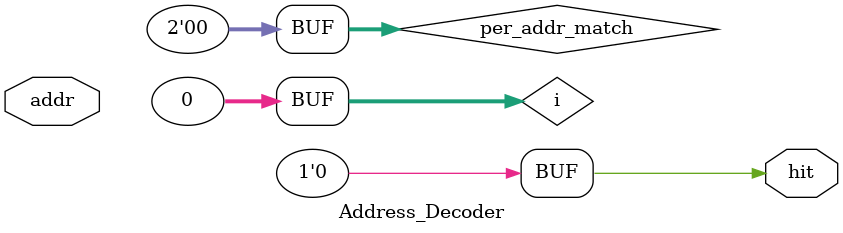
<source format=v>


// Checks if the input address matches each possible address in range, then
// outputs the bitwise OR of all these checks.  Some boolean algebra shows that
// it will always optimize down to a minimal form: any bits which iterate over
// their entire binary range become boolean "don't care", leaving the other
// bits to do the match. Thus, for aligned power of 2 address ranges, we get
// the minimal NOT-AND-gate decoder.

// This approach has one caveat: you have to test, at synthesis time, all 2^N
// possible addresses, and store the matches into a vector 2^N bits long.  This
// could take a long time and AFAIK, Verilog implementations have a maximum
// vector width of a few million, so this decoder will break for addresses more
// than 20-23 bits wide.

// Call it a synthesizer stress-test. ;)

module Address_Decoder
#(
    parameter       ADDR_WIDTH          = 0,
    parameter       ADDR_BASE           = 0,
    parameter       ADDR_COUNT          = 0
)
(
    input   wire    [ADDR_WIDTH-1:0]    addr,
    output  reg                         hit 
);
    integer                     i;
    reg     [ADDR_COUNT-1:0]    per_addr_match = 0;

    // Check each address in range for match
    always @(*) begin
        for(i = 0; i < ADDR_COUNT; i = i + 1) begin : addr_decode
            per_addr_match[i] <= (addr == (ADDR_BASE + i));
        end
    end

    // Do any of them match?
    always @(*) begin : is_hit
        hit <= | per_addr_match;
    end 
endmodule


</source>
